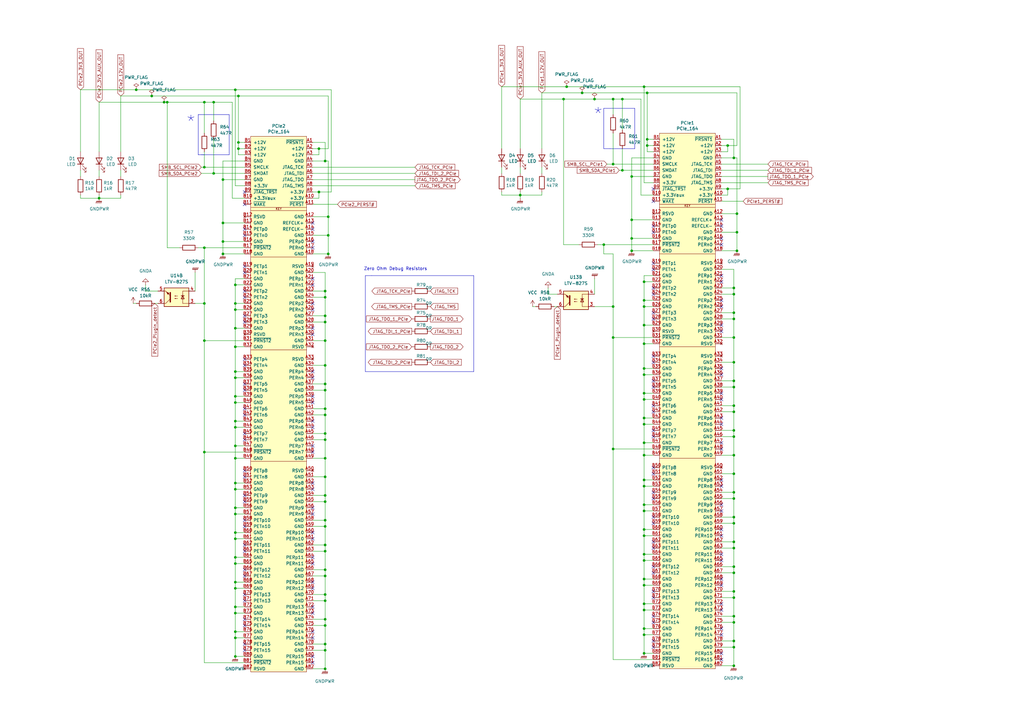
<source format=kicad_sch>
(kicad_sch (version 20230121) (generator eeschema)
  (paper "A3")
  (title_block (title "PCIe slots"))
  (junction (at 264.16 151.13))
  (junction (at 300.99 148.59))
  (junction (at 264.16 181.61))
  (junction (at 83.82 185.42))
  (junction (at 133.35 256.54))
  (junction (at 300.99 128.27))
  (junction (at 133.35 246.38))
  (junction (at 96.52 165.1))
  (junction (at 133.35 121.92))
  (junction (at 264.16 267.97))
  (junction (at 265.43 59.69))
  (junction (at 300.99 186.69))
  (junction (at 130.81 78.74))
  (junction (at 91.44 104.14))
  (junction (at 96.52 162.56))
  (junction (at 298.45 77.47))
  (junction (at 302.26 95.25))
  (junction (at 264.16 260.35))
  (junction (at 96.52 261.62))
  (junction (at 264.16 227.33))
  (junction (at 133.35 213.36))
  (junction (at 62.23 39.37))
  (junction (at 83.82 139.7))
  (junction (at 259.08 97.79))
  (junction (at 300.99 214.63))
  (junction (at 134.62 104.14))
  (junction (at 251.46 125.73))
  (junction (at 55.88 36.83))
  (junction (at 264.16 257.81))
  (junction (at 96.52 228.6))
  (junction (at 133.35 254))
  (junction (at 300.99 130.81))
  (junction (at 134.62 88.9))
  (junction (at 264.16 240.03))
  (junction (at 232.41 35.56))
  (junction (at 300.99 168.91))
  (junction (at 264.16 196.85))
  (junction (at 96.52 208.28))
  (junction (at 300.99 166.37))
  (junction (at 96.52 142.24))
  (junction (at 238.76 38.1))
  (junction (at 96.52 218.44))
  (junction (at 300.99 156.21))
  (junction (at 302.26 87.63))
  (junction (at 243.84 40.64))
  (junction (at 133.35 195.58))
  (junction (at 300.99 179.07))
  (junction (at 133.35 129.54))
  (junction (at 255.27 40.64))
  (junction (at 264.16 186.69))
  (junction (at 300.99 118.11))
  (junction (at 83.82 68.58))
  (junction (at 264.16 115.57))
  (junction (at 91.44 73.66))
  (junction (at 259.08 72.39))
  (junction (at 97.79 60.96))
  (junction (at 96.52 172.72))
  (junction (at 133.35 203.2))
  (junction (at 96.52 269.24))
  (junction (at 96.52 36.83))
  (junction (at 134.62 96.52))
  (junction (at 133.35 264.16))
  (junction (at 300.99 234.95))
  (junction (at 133.35 274.32))
  (junction (at 96.52 210.82))
  (junction (at 264.16 123.19))
  (junction (at 264.16 237.49))
  (junction (at 264.16 140.97))
  (junction (at 133.35 266.7))
  (junction (at 96.52 251.46))
  (junction (at 298.45 59.69))
  (junction (at 133.35 149.86))
  (junction (at 133.35 167.64))
  (junction (at 300.99 176.53))
  (junction (at 264.16 217.17))
  (junction (at 83.82 101.6))
  (junction (at 300.99 64.77))
  (junction (at 300.99 273.05))
  (junction (at 264.16 171.45))
  (junction (at 259.08 102.87))
  (junction (at 133.35 215.9))
  (junction (at 133.35 160.02))
  (junction (at 300.99 194.31))
  (junction (at 264.16 173.99))
  (junction (at 96.52 248.92))
  (junction (at 264.16 133.35))
  (junction (at 300.99 255.27))
  (junction (at 96.52 182.88))
  (junction (at 133.35 177.8))
  (junction (at 83.82 41.91))
  (junction (at 264.16 153.67))
  (junction (at 96.52 200.66))
  (junction (at 300.99 120.65))
  (junction (at 133.35 205.74))
  (junction (at 133.35 180.34))
  (junction (at 96.52 198.12))
  (junction (at 300.99 252.73))
  (junction (at 83.82 124.46))
  (junction (at 96.52 152.4))
  (junction (at 300.99 201.93))
  (junction (at 264.16 207.01))
  (junction (at 251.46 40.64))
  (junction (at 264.16 35.56))
  (junction (at 265.43 57.15))
  (junction (at 300.99 232.41))
  (junction (at 302.26 102.87))
  (junction (at 251.46 184.15))
  (junction (at 133.35 226.06))
  (junction (at 96.52 127))
  (junction (at 96.52 231.14))
  (junction (at 68.58 41.91))
  (junction (at 300.99 138.43))
  (junction (at 264.16 219.71))
  (junction (at 96.52 124.46))
  (junction (at 133.35 132.08))
  (junction (at 67.31 41.91))
  (junction (at 300.99 222.25))
  (junction (at 300.99 158.75))
  (junction (at 259.08 90.17))
  (junction (at 264.16 247.65))
  (junction (at 133.35 243.84))
  (junction (at 133.35 66.04))
  (junction (at 264.16 229.87))
  (junction (at 87.63 71.12))
  (junction (at 300.99 265.43))
  (junction (at 130.81 60.96))
  (junction (at 264.16 163.83))
  (junction (at 264.16 250.19))
  (junction (at 265.43 38.1))
  (junction (at 133.35 223.52))
  (junction (at 264.16 209.55))
  (junction (at 264.16 161.29))
  (junction (at 251.46 67.31))
  (junction (at 91.44 91.44))
  (junction (at 97.79 58.42))
  (junction (at 96.52 238.76))
  (junction (at 300.99 212.09))
  (junction (at 264.16 125.73))
  (junction (at 255.27 69.85))
  (junction (at 96.52 116.84))
  (junction (at 133.35 139.7))
  (junction (at 40.64 81.28))
  (junction (at 96.52 175.26))
  (junction (at 133.35 157.48))
  (junction (at 87.63 41.91))
  (junction (at 133.35 170.18))
  (junction (at 133.35 236.22))
  (junction (at 133.35 233.68))
  (junction (at 231.14 40.64))
  (junction (at 300.99 262.89))
  (junction (at 300.99 245.11))
  (junction (at 96.52 259.08))
  (junction (at 133.35 187.96))
  (junction (at 96.52 220.98))
  (junction (at 300.99 242.57))
  (junction (at 213.36 80.01))
  (junction (at 300.99 204.47))
  (junction (at 251.46 138.43))
  (junction (at 264.16 199.39))
  (junction (at 247.65 100.33))
  (junction (at 97.79 39.37))
  (junction (at 96.52 187.96))
  (junction (at 96.52 134.62))
  (junction (at 91.44 99.06))
  (junction (at 96.52 154.94))
  (junction (at 300.99 224.79))
  (junction (at 96.52 241.3))
  (junction (at 133.35 119.38))
  (no_connect (at 128.27 208.28))
  (no_connect (at 128.27 259.08))
  (no_connect (at 295.91 92.71))
  (no_connect (at 128.27 251.46))
  (no_connect (at 128.27 116.84))
  (no_connect (at 128.27 162.56))
  (no_connect (at 128.27 182.88))
  (no_connect (at 267.97 252.73))
  (no_connect (at 128.27 220.98))
  (no_connect (at 100.33 160.02))
  (no_connect (at 100.33 147.32))
  (no_connect (at 267.97 232.41))
  (no_connect (at 295.91 207.01))
  (no_connect (at 295.91 125.73))
  (no_connect (at 267.97 118.11))
  (no_connect (at 267.97 107.95))
  (no_connect (at 100.33 157.48))
  (no_connect (at 295.91 151.13))
  (no_connect (at 128.27 152.4))
  (no_connect (at 128.27 127))
  (no_connect (at 267.97 92.71))
  (no_connect (at 295.91 267.97))
  (no_connect (at 267.97 176.53))
  (no_connect (at 267.97 82.55))
  (no_connect (at 267.97 148.59))
  (no_connect (at 128.27 99.06))
  (no_connect (at 295.91 199.39))
  (no_connect (at 100.33 233.68))
  (no_connect (at 100.33 203.2))
  (no_connect (at 128.27 269.24))
  (no_connect (at 295.91 181.61))
  (no_connect (at 128.27 134.62))
  (no_connect (at 100.33 205.74))
  (no_connect (at 267.97 201.93))
  (no_connect (at 295.91 115.57))
  (no_connect (at 100.33 109.22))
  (no_connect (at 100.33 177.8))
  (no_connect (at 295.91 161.29))
  (no_connect (at 295.91 135.89))
  (no_connect (at 100.33 236.22))
  (no_connect (at 128.27 271.78))
  (no_connect (at 100.33 132.08))
  (no_connect (at 295.91 237.49))
  (no_connect (at 295.91 100.33))
  (no_connect (at 128.27 241.3))
  (no_connect (at 128.27 210.82))
  (no_connect (at 100.33 121.92))
  (no_connect (at 267.97 234.95))
  (no_connect (at 267.97 212.09))
  (no_connect (at 295.91 123.19))
  (no_connect (at 100.33 93.98))
  (no_connect (at 128.27 185.42))
  (no_connect (at 128.27 228.6))
  (no_connect (at 267.97 128.27))
  (no_connect (at 100.33 243.84))
  (no_connect (at 128.27 172.72))
  (no_connect (at 128.27 231.14))
  (no_connect (at 267.97 204.47))
  (no_connect (at 267.97 168.91))
  (no_connect (at 100.33 111.76))
  (no_connect (at 100.33 215.9))
  (no_connect (at 295.91 113.03))
  (no_connect (at 100.33 129.54))
  (no_connect (at 100.33 149.86))
  (no_connect (at 267.97 191.77))
  (no_connect (at 267.97 255.27))
  (no_connect (at 267.97 222.25))
  (no_connect (at 267.97 224.79))
  (no_connect (at 128.27 165.1))
  (no_connect (at 295.91 240.03))
  (no_connect (at 267.97 214.63))
  (no_connect (at 295.91 184.15))
  (no_connect (at 295.91 260.35))
  (no_connect (at 295.91 219.71))
  (no_connect (at 128.27 238.76))
  (no_connect (at 128.27 137.16))
  (no_connect (at 100.33 180.34))
  (no_connect (at 128.27 261.62))
  (no_connect (at 128.27 200.66))
  (no_connect (at 100.33 193.04))
  (no_connect (at 295.91 227.33))
  (no_connect (at 295.91 229.87))
  (no_connect (at 100.33 170.18))
  (no_connect (at 295.91 209.55))
  (no_connect (at 295.91 153.67))
  (no_connect (at 100.33 78.74))
  (no_connect (at 267.97 242.57))
  (no_connect (at 100.33 213.36))
  (no_connect (at 267.97 262.89))
  (no_connect (at 128.27 101.6))
  (no_connect (at 128.27 154.94))
  (no_connect (at 128.27 124.46))
  (no_connect (at 100.33 167.64))
  (no_connect (at 267.97 158.75))
  (no_connect (at 128.27 218.44))
  (no_connect (at 267.97 120.65))
  (no_connect (at 100.33 83.82))
  (no_connect (at 295.91 250.19))
  (no_connect (at 100.33 226.06))
  (no_connect (at 267.97 179.07))
  (no_connect (at 128.27 198.12))
  (no_connect (at 100.33 246.38))
  (no_connect (at 267.97 95.25))
  (no_connect (at 267.97 130.81))
  (no_connect (at 295.91 97.79))
  (no_connect (at 100.33 254))
  (no_connect (at 267.97 166.37))
  (no_connect (at 100.33 96.52))
  (no_connect (at 128.27 91.44))
  (no_connect (at 295.91 173.99))
  (no_connect (at 295.91 247.65))
  (no_connect (at 128.27 175.26))
  (no_connect (at 267.97 194.31))
  (no_connect (at 267.97 110.49))
  (no_connect (at 128.27 248.92))
  (no_connect (at 295.91 133.35))
  (no_connect (at 295.91 270.51))
  (no_connect (at 267.97 77.47))
  (no_connect (at 267.97 245.11))
  (no_connect (at 295.91 217.17))
  (no_connect (at 100.33 223.52))
  (no_connect (at 100.33 119.38))
  (no_connect (at 295.91 257.81))
  (no_connect (at 295.91 171.45))
  (no_connect (at 295.91 196.85))
  (no_connect (at 128.27 114.3))
  (no_connect (at 100.33 266.7))
  (no_connect (at 100.33 195.58))
  (no_connect (at 267.97 156.21))
  (no_connect (at 267.97 146.05))
  (no_connect (at 128.27 93.98))
  (no_connect (at 100.33 256.54))
  (no_connect (at 267.97 265.43))
  (no_connect (at 295.91 90.17))
  (no_connect (at 295.91 163.83))
  (no_connect (at 100.33 264.16))
  (wire (pts (xy 264.16 140.97) (xy 267.97 140.97)))
  (wire (pts (xy 231.14 100.33) (xy 231.14 40.64)))
  (wire (pts (xy 133.35 167.64) (xy 133.35 160.02)))
  (wire (pts (xy 259.08 97.79) (xy 259.08 102.87)))
  (wire (pts (xy 33.02 81.28) (xy 40.64 81.28)))
  (wire (pts (xy 128.27 226.06) (xy 133.35 226.06)))
  (wire (pts (xy 130.81 78.74) (xy 130.81 81.28)))
  (wire (pts (xy 267.97 257.81) (xy 264.16 257.81)))
  (wire (pts (xy 298.45 77.47) (xy 298.45 80.01)))
  (wire (pts (xy 295.91 168.91) (xy 300.99 168.91)))
  (wire (pts (xy 133.35 187.96) (xy 133.35 180.34)))
  (wire (pts (xy 128.27 236.22) (xy 133.35 236.22)))
  (wire (pts (xy 298.45 59.69) (xy 298.45 62.23)))
  (wire (pts (xy 267.97 240.03) (xy 264.16 240.03)))
  (wire (pts (xy 251.46 138.43) (xy 267.97 138.43)))
  (wire (pts (xy 295.91 64.77) (xy 300.99 64.77)))
  (wire (pts (xy 133.35 157.48) (xy 133.35 149.86)))
  (wire (pts (xy 128.27 71.12) (xy 170.18 71.12)))
  (wire (pts (xy 259.08 64.77) (xy 259.08 72.39)))
  (polyline (pts (xy 149.86 152.4) (xy 149.86 113.03)))
  (wire (pts (xy 247.65 104.14) (xy 247.65 100.33)))
  (wire (pts (xy 300.99 204.47) (xy 300.99 201.93)))
  (wire (pts (xy 264.16 181.61) (xy 267.97 181.61)))
  (wire (pts (xy 96.52 165.1) (xy 100.33 165.1)))
  (wire (pts (xy 133.35 132.08) (xy 133.35 129.54)))
  (wire (pts (xy 264.16 229.87) (xy 264.16 227.33)))
  (wire (pts (xy 295.91 214.63) (xy 300.99 214.63)))
  (wire (pts (xy 54.61 124.46) (xy 55.88 124.46)))
  (wire (pts (xy 302.26 59.69) (xy 302.26 38.1)))
  (wire (pts (xy 96.52 124.46) (xy 96.52 127)))
  (wire (pts (xy 251.46 125.73) (xy 251.46 104.14)))
  (wire (pts (xy 96.52 187.96) (xy 100.33 187.96)))
  (wire (pts (xy 96.52 182.88) (xy 96.52 187.96)))
  (wire (pts (xy 68.58 41.91) (xy 67.31 41.91)))
  (wire (pts (xy 96.52 238.76) (xy 96.52 231.14)))
  (wire (pts (xy 133.35 139.7) (xy 133.35 132.08)))
  (wire (pts (xy 128.27 233.68) (xy 133.35 233.68)))
  (wire (pts (xy 100.33 76.2) (xy 96.52 76.2)))
  (wire (pts (xy 264.16 217.17) (xy 264.16 219.71)))
  (wire (pts (xy 62.23 39.37) (xy 97.79 39.37)))
  (wire (pts (xy 100.33 238.76) (xy 96.52 238.76)))
  (wire (pts (xy 128.27 264.16) (xy 133.35 264.16)))
  (wire (pts (xy 96.52 134.62) (xy 96.52 142.24)))
  (wire (pts (xy 265.43 57.15) (xy 267.97 57.15)))
  (wire (pts (xy 133.35 121.92) (xy 133.35 119.38)))
  (polyline (pts (xy 82.55 63.5) (xy 93.98 63.5)))
  (wire (pts (xy 295.91 166.37) (xy 300.99 166.37)))
  (wire (pts (xy 300.99 224.79) (xy 300.99 222.25)))
  (wire (pts (xy 264.16 125.73) (xy 264.16 133.35)))
  (wire (pts (xy 128.27 223.52) (xy 133.35 223.52)))
  (wire (pts (xy 295.91 77.47) (xy 298.45 77.47)))
  (polyline (pts (xy 152.4 113.03) (xy 194.31 113.03)))
  (wire (pts (xy 302.26 95.25) (xy 302.26 102.87)))
  (wire (pts (xy 128.27 78.74) (xy 130.81 78.74)))
  (wire (pts (xy 300.99 176.53) (xy 300.99 168.91)))
  (wire (pts (xy 265.43 62.23) (xy 265.43 59.69)))
  (wire (pts (xy 100.33 231.14) (xy 96.52 231.14)))
  (wire (pts (xy 295.91 72.39) (xy 314.96 72.39)))
  (wire (pts (xy 128.27 246.38) (xy 133.35 246.38)))
  (wire (pts (xy 128.27 66.04) (xy 133.35 66.04)))
  (wire (pts (xy 96.52 154.94) (xy 100.33 154.94)))
  (wire (pts (xy 96.52 142.24) (xy 96.52 152.4)))
  (wire (pts (xy 259.08 72.39) (xy 259.08 90.17)))
  (polyline (pts (xy 93.98 63.5) (xy 93.98 46.99)))
  (wire (pts (xy 96.52 116.84) (xy 100.33 116.84)))
  (wire (pts (xy 295.91 265.43) (xy 300.99 265.43)))
  (wire (pts (xy 133.35 233.68) (xy 133.35 226.06)))
  (wire (pts (xy 247.65 100.33) (xy 245.11 100.33)))
  (wire (pts (xy 300.99 242.57) (xy 300.99 234.95)))
  (wire (pts (xy 295.91 204.47) (xy 300.99 204.47)))
  (wire (pts (xy 96.52 251.46) (xy 96.52 259.08)))
  (wire (pts (xy 232.41 35.56) (xy 264.16 35.56)))
  (wire (pts (xy 63.5 124.46) (xy 64.77 124.46)))
  (wire (pts (xy 267.97 267.97) (xy 264.16 267.97)))
  (wire (pts (xy 300.99 128.27) (xy 300.99 120.65)))
  (wire (pts (xy 267.97 260.35) (xy 264.16 260.35)))
  (wire (pts (xy 97.79 39.37) (xy 134.62 39.37)))
  (wire (pts (xy 295.91 87.63) (xy 302.26 87.63)))
  (wire (pts (xy 237.49 100.33) (xy 231.14 100.33)))
  (wire (pts (xy 267.97 74.93) (xy 264.16 74.93)))
  (wire (pts (xy 83.82 101.6) (xy 100.33 101.6)))
  (wire (pts (xy 96.52 165.1) (xy 96.52 172.72)))
  (wire (pts (xy 64.77 119.38) (xy 59.69 119.38)))
  (wire (pts (xy 300.99 262.89) (xy 300.99 255.27)))
  (wire (pts (xy 96.52 127) (xy 100.33 127)))
  (wire (pts (xy 87.63 57.15) (xy 87.63 71.12)))
  (wire (pts (xy 264.16 171.45) (xy 264.16 173.99)))
  (wire (pts (xy 222.25 38.1) (xy 222.25 60.96)))
  (wire (pts (xy 96.52 116.84) (xy 96.52 124.46)))
  (wire (pts (xy 264.16 173.99) (xy 267.97 173.99)))
  (wire (pts (xy 302.26 64.77) (xy 302.26 87.63)))
  (wire (pts (xy 264.16 219.71) (xy 264.16 227.33)))
  (wire (pts (xy 303.53 77.47) (xy 303.53 35.56)))
  (wire (pts (xy 262.89 40.64) (xy 262.89 80.01)))
  (wire (pts (xy 213.36 80.01) (xy 213.36 81.28)))
  (wire (pts (xy 73.66 101.6) (xy 68.58 101.6)))
  (wire (pts (xy 300.99 168.91) (xy 300.99 166.37)))
  (wire (pts (xy 295.91 138.43) (xy 300.99 138.43)))
  (wire (pts (xy 40.64 81.28) (xy 49.53 81.28)))
  (wire (pts (xy 96.52 134.62) (xy 100.33 134.62)))
  (wire (pts (xy 96.52 152.4) (xy 96.52 154.94)))
  (wire (pts (xy 100.33 104.14) (xy 91.44 104.14)))
  (wire (pts (xy 300.99 64.77) (xy 302.26 64.77)))
  (wire (pts (xy 295.91 156.21) (xy 300.99 156.21)))
  (wire (pts (xy 264.16 171.45) (xy 267.97 171.45)))
  (wire (pts (xy 83.82 41.91) (xy 87.63 41.91)))
  (wire (pts (xy 298.45 77.47) (xy 303.53 77.47)))
  (wire (pts (xy 128.27 180.34) (xy 133.35 180.34)))
  (wire (pts (xy 96.52 248.92) (xy 96.52 241.3)))
  (wire (pts (xy 265.43 57.15) (xy 265.43 38.1)))
  (polyline (pts (xy 260.35 60.96) (xy 260.35 44.45)))
  (wire (pts (xy 96.52 259.08) (xy 96.52 261.62)))
  (wire (pts (xy 295.91 186.69) (xy 300.99 186.69)))
  (wire (pts (xy 96.52 228.6) (xy 100.33 228.6)))
  (wire (pts (xy 100.33 261.62) (xy 96.52 261.62)))
  (wire (pts (xy 128.27 73.66) (xy 170.18 73.66)))
  (wire (pts (xy 100.33 66.04) (xy 91.44 66.04)))
  (wire (pts (xy 96.52 220.98) (xy 96.52 228.6)))
  (wire (pts (xy 100.33 248.92) (xy 96.52 248.92)))
  (wire (pts (xy 255.27 60.96) (xy 255.27 69.85)))
  (wire (pts (xy 49.53 39.37) (xy 49.53 62.23)))
  (wire (pts (xy 264.16 199.39) (xy 267.97 199.39)))
  (wire (pts (xy 83.82 41.91) (xy 68.58 41.91)))
  (wire (pts (xy 83.82 41.91) (xy 83.82 54.61)))
  (wire (pts (xy 264.16 219.71) (xy 267.97 219.71)))
  (wire (pts (xy 83.82 68.58) (xy 100.33 68.58)))
  (wire (pts (xy 213.36 80.01) (xy 222.25 80.01)))
  (wire (pts (xy 128.27 149.86) (xy 133.35 149.86)))
  (wire (pts (xy 295.91 232.41) (xy 300.99 232.41)))
  (wire (pts (xy 96.52 210.82) (xy 100.33 210.82)))
  (wire (pts (xy 264.16 153.67) (xy 267.97 153.67)))
  (wire (pts (xy 87.63 71.12) (xy 100.33 71.12)))
  (wire (pts (xy 264.16 140.97) (xy 264.16 151.13)))
  (wire (pts (xy 49.53 69.85) (xy 49.53 72.39)))
  (wire (pts (xy 97.79 58.42) (xy 97.79 39.37)))
  (wire (pts (xy 295.91 59.69) (xy 298.45 59.69)))
  (wire (pts (xy 80.01 124.46) (xy 83.82 124.46)))
  (wire (pts (xy 251.46 40.64) (xy 251.46 46.99)))
  (wire (pts (xy 83.82 185.42) (xy 83.82 139.7)))
  (wire (pts (xy 83.82 185.42) (xy 100.33 185.42)))
  (wire (pts (xy 128.27 177.8) (xy 133.35 177.8)))
  (polyline (pts (xy 81.28 46.99) (xy 81.28 63.5)))
  (wire (pts (xy 267.97 72.39) (xy 259.08 72.39)))
  (wire (pts (xy 96.52 208.28) (xy 96.52 210.82)))
  (wire (pts (xy 259.08 90.17) (xy 259.08 97.79)))
  (wire (pts (xy 128.27 96.52) (xy 134.62 96.52)))
  (wire (pts (xy 96.52 218.44) (xy 100.33 218.44)))
  (wire (pts (xy 128.27 121.92) (xy 133.35 121.92)))
  (wire (pts (xy 295.91 212.09) (xy 300.99 212.09)))
  (wire (pts (xy 251.46 270.51) (xy 267.97 270.51)))
  (wire (pts (xy 295.91 224.79) (xy 300.99 224.79)))
  (wire (pts (xy 96.52 210.82) (xy 96.52 218.44)))
  (wire (pts (xy 295.91 148.59) (xy 300.99 148.59)))
  (wire (pts (xy 300.99 148.59) (xy 300.99 138.43)))
  (wire (pts (xy 300.99 273.05) (xy 300.99 265.43)))
  (polyline (pts (xy 250.19 60.96) (xy 260.35 60.96)))
  (wire (pts (xy 95.25 41.91) (xy 95.25 81.28)))
  (wire (pts (xy 128.27 195.58) (xy 133.35 195.58)))
  (wire (pts (xy 264.16 113.03) (xy 264.16 115.57)))
  (wire (pts (xy 96.52 182.88) (xy 100.33 182.88)))
  (wire (pts (xy 205.74 78.74) (xy 205.74 80.01)))
  (wire (pts (xy 40.64 80.01) (xy 40.64 81.28)))
  (wire (pts (xy 295.91 252.73) (xy 300.99 252.73)))
  (wire (pts (xy 33.02 80.01) (xy 33.02 81.28)))
  (wire (pts (xy 295.91 74.93) (xy 314.96 74.93)))
  (wire (pts (xy 133.35 254) (xy 133.35 246.38)))
  (wire (pts (xy 133.35 177.8) (xy 133.35 170.18)))
  (wire (pts (xy 128.27 160.02) (xy 133.35 160.02)))
  (wire (pts (xy 243.84 125.73) (xy 251.46 125.73)))
  (wire (pts (xy 59.69 116.84) (xy 59.69 119.38)))
  (wire (pts (xy 128.27 111.76) (xy 133.35 111.76)))
  (wire (pts (xy 251.46 138.43) (xy 251.46 125.73)))
  (wire (pts (xy 128.27 139.7) (xy 133.35 139.7)))
  (wire (pts (xy 49.53 81.28) (xy 49.53 80.01)))
  (wire (pts (xy 49.53 39.37) (xy 62.23 39.37)))
  (wire (pts (xy 96.52 162.56) (xy 96.52 165.1)))
  (wire (pts (xy 83.82 139.7) (xy 100.33 139.7)))
  (wire (pts (xy 264.16 209.55) (xy 264.16 217.17)))
  (wire (pts (xy 248.92 67.31) (xy 251.46 67.31)))
  (wire (pts (xy 295.91 69.85) (xy 314.96 69.85)))
  (wire (pts (xy 213.36 40.64) (xy 213.36 60.96)))
  (wire (pts (xy 243.84 114.3) (xy 243.84 120.65)))
  (wire (pts (xy 300.99 118.11) (xy 295.91 118.11)))
  (wire (pts (xy 100.33 99.06) (xy 91.44 99.06)))
  (wire (pts (xy 267.97 62.23) (xy 265.43 62.23)))
  (wire (pts (xy 295.91 102.87) (xy 302.26 102.87)))
  (wire (pts (xy 96.52 198.12) (xy 100.33 198.12)))
  (wire (pts (xy 295.91 110.49) (xy 300.99 110.49)))
  (wire (pts (xy 295.91 128.27) (xy 300.99 128.27)))
  (wire (pts (xy 205.74 35.56) (xy 205.74 60.96)))
  (wire (pts (xy 100.33 63.5) (xy 97.79 63.5)))
  (wire (pts (xy 251.46 270.51) (xy 251.46 184.15)))
  (wire (pts (xy 83.82 271.78) (xy 83.82 185.42)))
  (wire (pts (xy 300.99 158.75) (xy 300.99 156.21)))
  (wire (pts (xy 251.46 67.31) (xy 267.97 67.31)))
  (wire (pts (xy 262.89 40.64) (xy 255.27 40.64)))
  (wire (pts (xy 300.99 255.27) (xy 300.99 252.73)))
  (polyline (pts (xy 194.31 152.4) (xy 149.86 152.4)))
  (wire (pts (xy 130.81 60.96) (xy 130.81 63.5)))
  (wire (pts (xy 231.14 40.64) (xy 213.36 40.64)))
  (wire (pts (xy 300.99 252.73) (xy 300.99 245.11)))
  (wire (pts (xy 264.16 186.69) (xy 264.16 196.85)))
  (wire (pts (xy 295.91 67.31) (xy 314.96 67.31)))
  (wire (pts (xy 295.91 245.11) (xy 300.99 245.11)))
  (wire (pts (xy 128.27 266.7) (xy 133.35 266.7)))
  (wire (pts (xy 96.52 36.83) (xy 135.89 36.83)))
  (wire (pts (xy 133.35 274.32) (xy 133.35 266.7)))
  (polyline (pts (xy 149.86 113.03) (xy 152.4 113.03)))
  (wire (pts (xy 267.97 113.03) (xy 264.16 113.03)))
  (wire (pts (xy 134.62 88.9) (xy 134.62 96.52)))
  (wire (pts (xy 133.35 203.2) (xy 133.35 195.58)))
  (wire (pts (xy 264.16 153.67) (xy 264.16 161.29)))
  (polyline (pts (xy 247.65 44.45) (xy 247.65 60.96)))
  (wire (pts (xy 205.74 68.58) (xy 205.74 71.12)))
  (wire (pts (xy 300.99 265.43) (xy 300.99 262.89)))
  (wire (pts (xy 83.82 101.6) (xy 81.28 101.6)))
  (wire (pts (xy 87.63 41.91) (xy 87.63 49.53)))
  (wire (pts (xy 130.81 81.28) (xy 128.27 81.28)))
  (wire (pts (xy 134.62 66.04) (xy 134.62 88.9)))
  (wire (pts (xy 222.25 38.1) (xy 238.76 38.1)))
  (wire (pts (xy 267.97 90.17) (xy 259.08 90.17)))
  (wire (pts (xy 295.91 120.65) (xy 300.99 120.65)))
  (wire (pts (xy 295.91 57.15) (xy 300.99 57.15)))
  (wire (pts (xy 128.27 256.54) (xy 133.35 256.54)))
  (wire (pts (xy 300.99 186.69) (xy 300.99 179.07)))
  (wire (pts (xy 302.26 87.63) (xy 302.26 95.25)))
  (wire (pts (xy 228.6 120.65) (xy 224.79 120.65)))
  (wire (pts (xy 128.27 60.96) (xy 130.81 60.96)))
  (wire (pts (xy 264.16 240.03) (xy 264.16 237.49)))
  (wire (pts (xy 213.36 68.58) (xy 213.36 71.12)))
  (wire (pts (xy 33.02 36.83) (xy 33.02 62.23)))
  (polyline (pts (xy 194.31 113.03) (xy 194.31 152.4)))
  (wire (pts (xy 133.35 170.18) (xy 133.35 167.64)))
  (wire (pts (xy 96.52 127) (xy 96.52 134.62)))
  (wire (pts (xy 264.16 227.33) (xy 267.97 227.33)))
  (wire (pts (xy 264.16 133.35) (xy 264.16 140.97)))
  (wire (pts (xy 128.27 167.64) (xy 133.35 167.64)))
  (wire (pts (xy 251.46 104.14) (xy 247.65 104.14)))
  (wire (pts (xy 251.46 40.64) (xy 255.27 40.64)))
  (wire (pts (xy 264.16 133.35) (xy 267.97 133.35)))
  (wire (pts (xy 68.58 41.91) (xy 68.58 101.6)))
  (wire (pts (xy 133.35 243.84) (xy 133.35 236.22)))
  (wire (pts (xy 255.27 69.85) (xy 267.97 69.85)))
  (wire (pts (xy 133.35 266.7) (xy 133.35 264.16)))
  (wire (pts (xy 133.35 58.42) (xy 133.35 66.04)))
  (wire (pts (xy 133.35 215.9) (xy 133.35 213.36)))
  (wire (pts (xy 300.99 245.11) (xy 300.99 242.57)))
  (wire (pts (xy 91.44 99.06) (xy 91.44 104.14)))
  (wire (pts (xy 128.27 68.58) (xy 170.18 68.58)))
  (wire (pts (xy 91.44 66.04) (xy 91.44 73.66)))
  (wire (pts (xy 133.35 256.54) (xy 133.35 254)))
  (wire (pts (xy 133.35 205.74) (xy 133.35 213.36)))
  (wire (pts (xy 96.52 208.28) (xy 100.33 208.28)))
  (wire (pts (xy 128.27 76.2) (xy 170.18 76.2)))
  (wire (pts (xy 295.91 158.75) (xy 300.99 158.75)))
  (wire (pts (xy 96.52 172.72) (xy 100.33 172.72)))
  (wire (pts (xy 267.97 64.77) (xy 259.08 64.77)))
  (wire (pts (xy 265.43 59.69) (xy 265.43 57.15)))
  (wire (pts (xy 96.52 124.46) (xy 100.33 124.46)))
  (wire (pts (xy 83.82 124.46) (xy 83.82 139.7)))
  (wire (pts (xy 100.33 259.08) (xy 96.52 259.08)))
  (wire (pts (xy 128.27 88.9) (xy 134.62 88.9)))
  (wire (pts (xy 300.99 130.81) (xy 300.99 128.27)))
  (wire (pts (xy 135.89 78.74) (xy 135.89 36.83)))
  (wire (pts (xy 96.52 152.4) (xy 100.33 152.4)))
  (wire (pts (xy 100.33 241.3) (xy 96.52 241.3)))
  (wire (pts (xy 128.27 203.2) (xy 133.35 203.2)))
  (wire (pts (xy 133.35 119.38) (xy 128.27 119.38)))
  (wire (pts (xy 267.97 97.79) (xy 259.08 97.79)))
  (wire (pts (xy 254 69.85) (xy 255.27 69.85)))
  (wire (pts (xy 300.99 120.65) (xy 300.99 118.11)))
  (wire (pts (xy 295.91 179.07) (xy 300.99 179.07)))
  (wire (pts (xy 80.01 111.76) (xy 80.01 119.38)))
  (wire (pts (xy 267.97 80.01) (xy 262.89 80.01)))
  (wire (pts (xy 128.27 205.74) (xy 133.35 205.74)))
  (wire (pts (xy 82.55 68.58) (xy 83.82 68.58)))
  (wire (pts (xy 222.25 68.58) (xy 222.25 71.12)))
  (wire (pts (xy 130.81 60.96) (xy 134.62 60.96)))
  (wire (pts (xy 265.43 38.1) (xy 302.26 38.1)))
  (wire (pts (xy 97.79 63.5) (xy 97.79 60.96)))
  (wire (pts (xy 264.16 35.56) (xy 303.53 35.56)))
  (wire (pts (xy 40.64 41.91) (xy 40.64 62.23)))
  (wire (pts (xy 300.99 194.31) (xy 300.99 186.69)))
  (wire (pts (xy 40.64 69.85) (xy 40.64 72.39)))
  (wire (pts (xy 100.33 81.28) (xy 95.25 81.28)))
  (wire (pts (xy 264.16 209.55) (xy 267.97 209.55)))
  (wire (pts (xy 96.52 187.96) (xy 96.52 198.12)))
  (wire (pts (xy 251.46 184.15) (xy 251.46 138.43)))
  (wire (pts (xy 128.27 213.36) (xy 133.35 213.36)))
  (wire (pts (xy 264.16 123.19) (xy 264.16 125.73)))
  (wire (pts (xy 128.27 129.54) (xy 133.35 129.54)))
  (wire (pts (xy 300.99 222.25) (xy 300.99 214.63)))
  (wire (pts (xy 300.99 201.93) (xy 300.99 194.31)))
  (wire (pts (xy 264.16 161.29) (xy 267.97 161.29)))
  (wire (pts (xy 82.55 71.12) (xy 87.63 71.12)))
  (wire (pts (xy 264.16 247.65) (xy 264.16 240.03)))
  (wire (pts (xy 96.52 241.3) (xy 96.52 238.76)))
  (wire (pts (xy 96.52 114.3) (xy 96.52 116.84)))
  (wire (pts (xy 33.02 36.83) (xy 55.88 36.83)))
  (polyline (pts (xy 247.65 60.96) (xy 250.19 60.96)))
  (wire (pts (xy 264.16 161.29) (xy 264.16 163.83)))
  (wire (pts (xy 300.99 156.21) (xy 300.99 148.59)))
  (wire (pts (xy 300.99 214.63) (xy 300.99 212.09)))
  (wire (pts (xy 128.27 243.84) (xy 133.35 243.84)))
  (wire (pts (xy 33.02 69.85) (xy 33.02 72.39)))
  (wire (pts (xy 97.79 60.96) (xy 97.79 58.42)))
  (wire (pts (xy 133.35 223.52) (xy 133.35 215.9)))
  (wire (pts (xy 96.52 142.24) (xy 100.33 142.24)))
  (wire (pts (xy 96.52 175.26) (xy 96.52 182.88)))
  (wire (pts (xy 128.27 215.9) (xy 133.35 215.9)))
  (wire (pts (xy 264.16 163.83) (xy 264.16 171.45)))
  (wire (pts (xy 300.99 138.43) (xy 300.99 130.81)))
  (wire (pts (xy 133.35 149.86) (xy 133.35 139.7)))
  (wire (pts (xy 128.27 104.14) (xy 134.62 104.14)))
  (wire (pts (xy 96.52 218.44) (xy 96.52 220.98)))
  (wire (pts (xy 83.82 101.6) (xy 83.82 124.46)))
  (wire (pts (xy 295.91 262.89) (xy 300.99 262.89)))
  (wire (pts (xy 133.35 195.58) (xy 133.35 187.96)))
  (wire (pts (xy 96.52 198.12) (xy 96.52 200.66)))
  (wire (pts (xy 227.33 125.73) (xy 228.6 125.73)))
  (wire (pts (xy 264.16 199.39) (xy 264.16 207.01)))
  (wire (pts (xy 300.99 179.07) (xy 300.99 176.53)))
  (wire (pts (xy 128.27 132.08) (xy 133.35 132.08)))
  (wire (pts (xy 96.52 162.56) (xy 100.33 162.56)))
  (wire (pts (xy 128.27 157.48) (xy 133.35 157.48)))
  (wire (pts (xy 243.84 40.64) (xy 231.14 40.64)))
  (wire (pts (xy 96.52 231.14) (xy 96.52 228.6)))
  (polyline (pts (xy 81.28 63.5) (xy 83.82 63.5)))
  (wire (pts (xy 264.16 173.99) (xy 264.16 181.61)))
  (wire (pts (xy 96.52 220.98) (xy 100.33 220.98)))
  (wire (pts (xy 264.16 151.13) (xy 264.16 153.67)))
  (wire (pts (xy 251.46 40.64) (xy 243.84 40.64)))
  (wire (pts (xy 264.16 237.49) (xy 264.16 229.87)))
  (wire (pts (xy 295.91 130.81) (xy 300.99 130.81)))
  (wire (pts (xy 300.99 57.15) (xy 300.99 64.77)))
  (wire (pts (xy 128.27 187.96) (xy 133.35 187.96)))
  (wire (pts (xy 133.35 66.04) (xy 134.62 66.04)))
  (wire (pts (xy 264.16 181.61) (xy 264.16 186.69)))
  (wire (pts (xy 134.62 60.96) (xy 134.62 39.37)))
  (wire (pts (xy 83.82 271.78) (xy 100.33 271.78)))
  (wire (pts (xy 264.16 217.17) (xy 267.97 217.17)))
  (wire (pts (xy 300.99 166.37) (xy 300.99 158.75)))
  (wire (pts (xy 96.52 175.26) (xy 100.33 175.26)))
  (wire (pts (xy 133.35 205.74) (xy 133.35 203.2)))
  (wire (pts (xy 267.97 229.87) (xy 264.16 229.87)))
  (polyline (pts (xy 260.35 44.45) (xy 247.65 44.45)))
  (wire (pts (xy 96.52 261.62) (xy 96.52 269.24)))
  (wire (pts (xy 218.44 125.73) (xy 219.71 125.73)))
  (wire (pts (xy 264.16 260.35) (xy 264.16 267.97)))
  (wire (pts (xy 133.35 246.38) (xy 133.35 243.84)))
  (wire (pts (xy 264.16 207.01) (xy 267.97 207.01)))
  (wire (pts (xy 128.27 83.82) (xy 138.43 83.82)))
  (wire (pts (xy 298.45 80.01) (xy 295.91 80.01)))
  (wire (pts (xy 267.97 250.19) (xy 264.16 250.19)))
  (wire (pts (xy 267.97 237.49) (xy 264.16 237.49)))
  (wire (pts (xy 133.35 160.02) (xy 133.35 157.48)))
  (wire (pts (xy 264.16 250.19) (xy 264.16 247.65)))
  (wire (pts (xy 55.88 36.83) (xy 96.52 36.83)))
  (wire (pts (xy 264.16 151.13) (xy 267.97 151.13)))
  (wire (pts (xy 255.27 53.34) (xy 255.27 40.64)))
  (wire (pts (xy 96.52 200.66) (xy 96.52 208.28)))
  (wire (pts (xy 133.35 236.22) (xy 133.35 233.68)))
  (wire (pts (xy 96.52 200.66) (xy 100.33 200.66)))
  (wire (pts (xy 264.16 250.19) (xy 264.16 257.81)))
  (wire (pts (xy 100.33 91.44) (xy 91.44 91.44)))
  (wire (pts (xy 130.81 78.74) (xy 135.89 78.74)))
  (wire (pts (xy 264.16 115.57) (xy 267.97 115.57)))
  (wire (pts (xy 100.33 60.96) (xy 97.79 60.96)))
  (wire (pts (xy 295.91 201.93) (xy 300.99 201.93)))
  (wire (pts (xy 96.52 172.72) (xy 96.52 175.26)))
  (wire (pts (xy 133.35 226.06) (xy 133.35 223.52)))
  (wire (pts (xy 267.97 102.87) (xy 259.08 102.87)))
  (wire (pts (xy 264.16 196.85) (xy 267.97 196.85)))
  (wire (pts (xy 267.97 59.69) (xy 265.43 59.69)))
  (wire (pts (xy 238.76 38.1) (xy 265.43 38.1)))
  (wire (pts (xy 100.33 251.46) (xy 96.52 251.46)))
  (wire (pts (xy 300.99 232.41) (xy 300.99 224.79)))
  (wire (pts (xy 267.97 247.65) (xy 264.16 247.65)))
  (wire (pts (xy 134.62 96.52) (xy 134.62 104.14)))
  (wire (pts (xy 298.45 62.23) (xy 295.91 62.23)))
  (wire (pts (xy 83.82 62.23) (xy 83.82 68.58)))
  (wire (pts (xy 213.36 78.74) (xy 213.36 80.01)))
  (wire (pts (xy 205.74 80.01) (xy 213.36 80.01)))
  (wire (pts (xy 264.16 163.83) (xy 267.97 163.83)))
  (wire (pts (xy 298.45 59.69) (xy 302.26 59.69)))
  (wire (pts (xy 133.35 264.16) (xy 133.35 256.54)))
  (wire (pts (xy 97.79 58.42) (xy 100.33 58.42)))
  (wire (pts (xy 264.16 123.19) (xy 267.97 123.19)))
  (wire (pts (xy 96.52 154.94) (xy 96.52 162.56)))
  (wire (pts (xy 264.16 74.93) (xy 264.16 35.56)))
  (wire (pts (xy 91.44 91.44) (xy 91.44 99.06)))
  (wire (pts (xy 300.99 110.49) (xy 300.99 118.11)))
  (wire (pts (xy 96.52 76.2) (xy 96.52 36.83)))
  (wire (pts (xy 264.16 257.81) (xy 264.16 260.35)))
  (wire (pts (xy 264.16 115.57) (xy 264.16 123.19)))
  (wire (pts (xy 295.91 242.57) (xy 300.99 242.57)))
  (wire (pts (xy 205.74 35.56) (xy 232.41 35.56)))
  (wire (pts (xy 91.44 73.66) (xy 91.44 91.44)))
  (wire (pts (xy 100.33 269.24) (xy 96.52 269.24)))
  (wire (pts (xy 295.91 82.55) (xy 304.8 82.55)))
  (wire (pts (xy 295.91 255.27) (xy 300.99 255.27)))
  (wire (pts (xy 295.91 95.25) (xy 302.26 95.25)))
  (wire (pts (xy 264.16 196.85) (xy 264.16 199.39)))
  (wire (pts (xy 224.79 118.11) (xy 224.79 120.65)))
  (wire (pts (xy 264.16 186.69) (xy 267.97 186.69)))
  (wire (pts (xy 133.35 111.76) (xy 133.35 119.38)))
  (wire (pts (xy 295.91 222.25) (xy 300.99 222.25)))
  (wire (pts (xy 100.33 114.3) (xy 96.52 114.3)))
  (wire (pts (xy 264.16 207.01) (xy 264.16 209.55)))
  (wire (pts (xy 100.33 73.66) (xy 91.44 73.66)))
  (wire (pts (xy 67.31 41.91) (xy 40.64 41.91)))
  (polyline (pts (xy 93.98 46.99) (xy 81.28 46.99)))
  (wire (pts (xy 295.91 194.31) (xy 300.99 194.31)))
  (wire (pts (xy 264.16 125.73) (xy 267.97 125.73)))
  (wire (pts (xy 295.91 176.53) (xy 300.99 176.53)))
  (wire (pts (xy 300.99 204.47) (xy 300.99 212.09)))
  (wire (pts (xy 133.35 180.34) (xy 133.35 177.8)))
  (wire (pts (xy 300.99 234.95) (xy 300.99 232.41)))
  (wire (pts (xy 295.91 273.05) (xy 300.99 273.05)))
  (wire (pts (xy 128.27 254) (xy 133.35 254)))
  (wire (pts (xy 130.81 63.5) (xy 128.27 63.5)))
  (wire (pts (xy 222.25 80.01) (xy 222.25 78.74)))
  (wire (pts (xy 133.35 129.54) (xy 133.35 121.92)))
  (wire (pts (xy 251.46 54.61) (xy 251.46 67.31)))
  (wire (pts (xy 96.52 251.46) (xy 96.52 248.92)))
  (wire (pts (xy 128.27 170.18) (xy 133.35 170.18)))
  (wire (pts (xy 128.27 58.42) (xy 133.35 58.42)))
  (wire (pts (xy 128.27 274.32) (xy 133.35 274.32)))
  (wire (pts (xy 87.63 41.91) (xy 95.25 41.91)))
  (wire (pts (xy 251.46 184.15) (xy 267.97 184.15)))
  (wire (pts (xy 247.65 100.33) (xy 267.97 100.33)))
  (wire (pts (xy 295.91 234.95) (xy 300.99 234.95)))
  (text "*" (at 243.205 50.165 0) (effects (font (size 5.27 5.27)) (justify left bottom)))
  (text "*" (at 76.2 53.34 0) (effects (font (size 5.27 5.27)) (justify left bottom)))
  (text "* the only points where the potentials of µC and PCIe\n power touch each other" (at 16.51 376.555 0) (effects (font (size 1.27 1.27)) (justify left bottom)))
  (text "Zero Ohm Debug Resistors" (at 149.225 111.125 0) (effects (font (size 1.27 1.27)) (justify left bottom)))
  (global_label "PCIe1_3V3_AUX_OUT" (shape input) (at 213.36 40.64 90) (property "Intersheetrefs" "${INTERSHEET_REFS}" (effects hide)))
  (global_label "JTAG_TDO_1_PCIe" (shape input) (at 168.91 130.81 180) (property "Intersheetrefs" "${INTERSHEET_REFS}" (effects hide)))
  (global_label "PCIe2_3V3_AUX_OUT" (shape input) (at 40.64 41.91 90) (property "Intersheetrefs" "${INTERSHEET_REFS}" (effects hide)))
  (global_label "SMB_SCL_PCIe1" (shape input) (at 248.92 67.31 180) (property "Intersheetrefs" "${INTERSHEET_REFS}" (effects hide)))
  (global_label "PCIe2_12V_OUT" (shape input) (at 49.53 39.37 90) (property "Intersheetrefs" "${INTERSHEET_REFS}" (effects hide)))
  (global_label "PCIe2_PlugIn_detect" (shape input) (at 63.5 124.46 270) (property "Intersheetrefs" "${INTERSHEET_REFS}" (effects hide)))
  (global_label "JTAG_TMS_PCIe" (shape input) (at 170.18 76.2 0) (property "Intersheetrefs" "${INTERSHEET_REFS}" (effects hide)))
  (global_label "JTAG_TCK_PCIe" (shape output) (at 168.91 119.38 180) (property "Intersheetrefs" "${INTERSHEET_REFS}" (effects hide)))
  (global_label "SMB_SDA_PCIe1" (shape input) (at 254 69.85 180) (property "Intersheetrefs" "${INTERSHEET_REFS}" (effects hide)))
  (global_label "JTAG_TDI_1" (shape input) (at 176.53 135.89 0) (property "Intersheetrefs" "${INTERSHEET_REFS}" (effects hide)))
  (global_label "JTAG_TDI_2_PCIe" (shape input) (at 170.18 71.12 0) (property "Intersheetrefs" "${INTERSHEET_REFS}" (effects hide)))
  (global_label "JTAG_TDO_2_PCIe" (shape output) (at 170.18 73.66 0) (property "Intersheetrefs" "${INTERSHEET_REFS}" (effects hide)))
  (global_label "JTAG_TDI_1_PCIe" (shape input) (at 314.96 69.85 0) (property "Intersheetrefs" "${INTERSHEET_REFS}" (effects hide)))
  (global_label "JTAG_TCK" (shape input) (at 176.53 119.38 0) (property "Intersheetrefs" "${INTERSHEET_REFS}" (effects hide)))
  (global_label "PCIe1_3V3_OUT" (shape input) (at 205.74 35.56 90) (property "Intersheetrefs" "${INTERSHEET_REFS}" (effects hide)))
  (global_label "PCIe2_PERST#" (shape input) (at 138.43 83.82 0) (property "Intersheetrefs" "${INTERSHEET_REFS}" (effects hide)))
  (global_label "JTAG_TMS" (shape input) (at 176.53 125.73 0) (property "Intersheetrefs" "${INTERSHEET_REFS}" (effects hide)))
  (global_label "PCIe1_PlugIn_detect" (shape input) (at 228.6 125.73 270) (property "Intersheetrefs" "${INTERSHEET_REFS}" (effects hide)))
  (global_label "JTAG_TCK_PCIe" (shape input) (at 314.96 67.31 0) (property "Intersheetrefs" "${INTERSHEET_REFS}" (effects hide)))
  (global_label "SMB_SDA_PCIe2" (shape input) (at 82.55 71.12 180) (property "Intersheetrefs" "${INTERSHEET_REFS}" (effects hide)))
  (global_label "JTAG_TMS_PCIe" (shape input) (at 314.96 74.93 0) (property "Intersheetrefs" "${INTERSHEET_REFS}" (effects hide)))
  (global_label "JTAG_TMS_PCIe" (shape output) (at 168.91 125.73 180) (property "Intersheetrefs" "${INTERSHEET_REFS}" (effects hide)))
  (global_label "JTAG_TCK_PCIe" (shape input) (at 170.18 68.58 0) (property "Intersheetrefs" "${INTERSHEET_REFS}" (effects hide)))
  (global_label "PCIe1_12V_OUT" (shape input) (at 222.25 38.1 90) (property "Intersheetrefs" "${INTERSHEET_REFS}" (effects hide)))
  (global_label "JTAG_TDO_1" (shape output) (at 176.53 130.81 0) (property "Intersheetrefs" "${INTERSHEET_REFS}" (effects hide)))
  (global_label "JTAG_TDI_2" (shape input) (at 176.53 148.59 0) (property "Intersheetrefs" "${INTERSHEET_REFS}" (effects hide)))
  (global_label "JTAG_TDO_1_PCIe" (shape output) (at 314.96 72.39 0) (property "Intersheetrefs" "${INTERSHEET_REFS}" (effects hide)))
  (global_label "SMB_SCL_PCIe2" (shape input) (at 82.55 68.58 180) (property "Intersheetrefs" "${INTERSHEET_REFS}" (effects hide)))
  (global_label "PCIe2_3V3_OUT" (shape input) (at 33.02 36.83 90) (property "Intersheetrefs" "${INTERSHEET_REFS}" (effects hide)))
  (global_label "JTAG_TDI_1_PCIe" (shape output) (at 168.91 135.89 180) (property "Intersheetrefs" "${INTERSHEET_REFS}" (effects hide)))
  (global_label "JTAG_TDO_2" (shape output) (at 176.53 142.24 0) (property "Intersheetrefs" "${INTERSHEET_REFS}" (effects hide)))
  (global_label "JTAG_TDO_2_PCIe" (shape input) (at 168.91 142.24 180) (property "Intersheetrefs" "${INTERSHEET_REFS}" (effects hide)))
  (global_label "JTAG_TDI_2_PCIe" (shape output) (at 168.91 148.59 180) (property "Intersheetrefs" "${INTERSHEET_REFS}" (effects hide)))
  (global_label "PCIe1_PERST#" (shape input) (at 304.8 82.55 0) (property "Intersheetrefs" "${INTERSHEET_REFS}" (effects hide)))
  (symbol (lib_id "Device:R") (at 222.25 74.93 0) (unit 1)
    (property "Reference" "R20" (at 224.028 73.7616 0) (effects (justify left)))
    (property "Value" "4k7R" (at 224.028 76.073 0) (effects (justify left)))
    (property "Footprint" "Resistor_SMD:R_0402_1005Metric" (effects hide))
  )
  (symbol (lib_id "Device:R") (at 213.36 74.93 0) (unit 1)
    (property "Reference" "R19" (at 215.138 73.7616 0) (effects (justify left)))
    (property "Value" "1kR" (at 215.138 76.073 0) (effects (justify left)))
    (property "Footprint" "Resistor_SMD:R_0402_1005Metric" (effects hide))
  )
  (symbol (lib_id "Device:R") (at 205.74 74.93 0) (unit 1)
    (property "Reference" "R18" (at 207.518 73.7616 0) (effects (justify left)))
    (property "Value" "1kR" (at 207.518 76.073 0) (effects (justify left)))
    (property "Footprint" "Resistor_SMD:R_0402_1005Metric" (effects hide))
  )
  (symbol (lib_id "Device:LED") (at 222.25 64.77 90) (unit 1)
    (property "Reference" "D6" (at 225.2218 63.7794 90) (effects (justify right)))
    (property "Value" "LED" (at 225.2218 66.0908 90) (effects (justify right)))
    (property "Footprint" "LED_SMD:LED_0805_2012Metric" (effects hide))
  )
  (symbol (lib_id "Device:LED") (at 213.36 64.77 90) (unit 1)
    (property "Reference" "D5" (at 216.3318 63.7794 90) (effects (justify right)))
    (property "Value" "LED" (at 216.3318 66.0908 90) (effects (justify right)))
    (property "Footprint" "LED_SMD:LED_0805_2012Metric" (effects hide))
  )
  (symbol (lib_id "Device:LED") (at 205.74 64.77 90) (unit 1)
    (property "Reference" "D4" (at 208.7118 63.7794 90) (effects (justify right)))
    (property "Value" "LED" (at 208.7118 66.0908 90) (effects (justify right)))
    (property "Footprint" "LED_SMD:LED_0805_2012Metric" (effects hide))
  )
  (symbol (lib_id "PCIe-Power-Measurement-Board_dummy-rescue:PCIe_164-Sequencer") (at 295.91 57.15 0) (unit 1)
    (property "Reference" "PCIe1" (at 281.94 50.419 0))
    (property "Value" "PCIe_164" (at 281.94 52.7304 0))
    (property "Footprint" "Connector_PCIE:PCIE-164-02-F-D-TH" (effects hide))
  )
  (symbol (lib_id "Device:R") (at 49.53 76.2 0) (unit 1)
    (property "Reference" "R17" (at 51.308 75.0316 0) (effects (justify left)))
    (property "Value" "4k7R" (at 51.308 77.343 0) (effects (justify left)))
    (property "Footprint" "Resistor_SMD:R_0402_1005Metric" (effects hide))
  )
  (symbol (lib_id "Device:R") (at 40.64 76.2 0) (unit 1)
    (property "Reference" "R16" (at 42.418 75.0316 0) (effects (justify left)))
    (property "Value" "1kR" (at 42.418 77.343 0) (effects (justify left)))
    (property "Footprint" "Resistor_SMD:R_0402_1005Metric" (effects hide))
  )
  (symbol (lib_id "Device:R") (at 33.02 76.2 0) (unit 1)
    (property "Reference" "R15" (at 34.798 75.0316 0) (effects (justify left)))
    (property "Value" "1kR" (at 34.798 77.343 0) (effects (justify left)))
    (property "Footprint" "Resistor_SMD:R_0402_1005Metric" (effects hide))
  )
  (symbol (lib_id "Device:LED") (at 49.53 66.04 90) (unit 1)
    (property "Reference" "D3" (at 52.5018 65.0494 90) (effects (justify right)))
    (property "Value" "LED" (at 52.5018 67.3608 90) (effects (justify right)))
    (property "Footprint" "LED_SMD:LED_0805_2012Metric" (effects hide))
  )
  (symbol (lib_id "Device:LED") (at 40.64 66.04 90) (unit 1)
    (property "Reference" "D2" (at 43.6118 65.0494 90) (effects (justify right)))
    (property "Value" "LED" (at 43.6118 67.3608 90) (effects (justify right)))
    (property "Footprint" "LED_SMD:LED_0805_2012Metric" (effects hide))
  )
  (symbol (lib_id "Device:LED") (at 33.02 66.04 90) (unit 1)
    (property "Reference" "D1" (at 30.988 65.0494 90) (effects (justify left)))
    (property "Value" "LED" (at 30.988 67.3608 90) (effects (justify left)))
    (property "Footprint" "LED_SMD:LED_0805_2012Metric" (effects hide))
  )
  (symbol (lib_id "PCIe-Power-Measurement-Board_dummy-rescue:PCIe_164-Sequencer") (at 128.27 58.42 0) (unit 1)
    (property "Reference" "PCIe2" (at 114.3 51.689 0))
    (property "Value" "PCIe_164" (at 114.3 54.0004 0))
    (property "Footprint" "Connector_PCIE:PCIE-164-02-F-D-TH" (effects hide))
  )
  (symbol (lib_id "power:GNDPWR") (at 40.64 81.28 0) (unit 1)
    (property "Reference" "#PWR0145" (effects hide))
    (property "Value" "GNDPWR" (at 40.767 85.6742 0))
  )
  (symbol (lib_id "power:GNDPWR") (at 91.44 104.14 0) (unit 1)
    (property "Reference" "#PWR0146" (effects hide))
    (property "Value" "GNDPWR" (at 91.567 108.5342 0))
  )
  (symbol (lib_id "power:GNDPWR") (at 134.62 104.14 0) (unit 1)
    (property "Reference" "#PWR0147" (effects hide))
    (property "Value" "GNDPWR" (at 134.747 108.5342 0))
  )
  (symbol (lib_id "power:GNDPWR") (at 213.36 81.28 0) (unit 1)
    (property "Reference" "#PWR0150" (effects hide))
    (property "Value" "GNDPWR" (at 213.487 85.6742 0))
  )
  (symbol (lib_id "power:GNDPWR") (at 259.08 102.87 0) (unit 1)
    (property "Reference" "#PWR0151" (effects hide))
    (property "Value" "GNDPWR" (at 259.207 107.2642 0))
  )
  (symbol (lib_id "power:GNDPWR") (at 302.26 102.87 0) (unit 1)
    (property "Reference" "#PWR0152" (effects hide))
    (property "Value" "GNDPWR" (at 302.387 107.2642 0))
  )
  (symbol (lib_name "GNDPWR_1") (lib_id "power:GNDPWR") (at 96.52 269.24 0) (unit 1)
    (property "Reference" "#PWR0253" (effects hide))
    (property "Value" "GNDPWR" (at 96.393 274.32 0))
  )
  (symbol (lib_id "Device:R") (at 241.3 100.33 90) (unit 1)
    (property "Reference" "R59" (at 241.3 93.98 90))
    (property "Value" "330R" (at 241.3 96.52 90))
    (property "Footprint" "Resistor_SMD:R_0402_1005Metric" (effects hide))
  )
  (symbol (lib_id "power:PWR_FLAG") (at 55.88 36.83 0) (unit 1)
    (property "Reference" "#FLG0104" (effects hide))
    (property "Value" "PWR_FLAG" (at 55.88 31.75 0))
  )
  (symbol (lib_id "power:PWR_FLAG") (at 67.31 41.91 0) (unit 1)
    (property "Reference" "#FLG0106" (effects hide))
    (property "Value" "PWR_FLAG" (at 67.31 36.83 0))
  )
  (symbol (lib_id "Device:R") (at 87.63 53.34 0) (unit 1)
    (property "Reference" "R64" (at 90.17 52.0699 0) (effects (justify left)))
    (property "Value" "4k7R" (at 90.17 54.6099 0) (effects (justify left)))
    (property "Footprint" "Resistor_SMD:R_0402_1005Metric" (effects hide))
  )
  (symbol (lib_id "Device:R") (at 59.69 124.46 90) (unit 1)
    (property "Reference" "R56" (at 59.69 118.745 90))
    (property "Value" "10kR" (at 59.69 121.285 90))
    (property "Footprint" "Resistor_SMD:R_0402_1005Metric" (effects hide))
  )
  (symbol (lib_id "Isolator:LTV-827S") (at 236.22 123.19 180) (unit 2)
    (property "Reference" "U13" (at 236.22 113.665 0))
    (property "Value" "LTV-827S" (at 236.22 116.205 0))
    (property "Footprint" "Package_DIP:SMDIP-8_W9.53mm" (effects hide))
    (property "Datasheet" "http://www.us.liteon.com/downloads/LTV-817-827-847.PDF" (effects hide))
  )
  (symbol (lib_id "Isolator:LTV-827S") (at 72.39 121.92 180) (unit 2)
    (property "Reference" "U14" (at 72.39 113.03 0))
    (property "Value" "LTV-827S" (at 72.39 115.57 0))
    (property "Footprint" "Package_DIP:SMDIP-8_W9.53mm" (effects hide))
    (property "Datasheet" "http://www.us.liteon.com/downloads/LTV-817-827-847.PDF" (effects hide))
  )
  (symbol (lib_id "Device:R") (at 251.46 50.8 0) (unit 1)
    (property "Reference" "R60" (at 254 49.5299 0) (effects (justify left)))
    (property "Value" "4k7R" (at 254 52.0699 0) (effects (justify left)))
    (property "Footprint" "Resistor_SMD:R_0402_1005Metric" (effects hide))
  )
  (symbol (lib_id "Device:R") (at 172.72 142.24 90) (unit 1)
    (property "Reference" "R80" (at 172.72 139.7 90))
    (property "Value" "0R" (at 175.895 140.97 90))
    (property "Footprint" "Resistor_SMD:R_0402_1005Metric" (effects hide))
  )
  (symbol (lib_id "power:VCC") (at 54.61 124.46 0) (unit 1)
    (property "Reference" "#PWR0233" (effects hide))
    (property "Value" "VCC" (at 54.61 118.745 0))
  )
  (symbol (lib_id "power:GNDPWR") (at 243.84 114.3 180) (unit 1)
    (property "Reference" "#PWR0229" (effects hide))
    (property "Value" "GNDPWR" (at 243.967 109.855 0))
  )
  (symbol (lib_id "power:PWR_FLAG") (at 232.41 35.56 0) (unit 1)
    (property "Reference" "#FLG0107" (effects hide))
    (property "Value" "PWR_FLAG" (at 232.41 30.48 0))
  )
  (symbol (lib_id "power:GNDPWR") (at 80.01 111.76 180) (unit 1)
    (property "Reference" "#PWR0232" (effects hide))
    (property "Value" "GNDPWR" (at 80.137 107.315 0))
  )
  (symbol (lib_id "power:GNDA") (at 224.79 118.11 180) (unit 1)
    (property "Reference" "#PWR0231" (effects hide))
    (property "Value" "GNDA" (at 224.79 112.395 0))
  )
  (symbol (lib_id "Device:R") (at 172.72 135.89 90) (unit 1)
    (property "Reference" "R78" (at 172.72 133.35 90))
    (property "Value" "0R" (at 175.895 134.62 90))
    (property "Footprint" "Resistor_SMD:R_0402_1005Metric" (effects hide))
  )
  (symbol (lib_id "power:GNDA") (at 59.69 116.84 180) (unit 1)
    (property "Reference" "#PWR0234" (effects hide))
    (property "Value" "GNDA" (at 59.69 111.125 0))
  )
  (symbol (lib_name "GNDPWR_1") (lib_id "power:GNDPWR") (at 300.99 273.05 0) (unit 1)
    (property "Reference" "#PWR0251" (effects hide))
    (property "Value" "GNDPWR" (at 300.863 278.13 0))
  )
  (symbol (lib_id "Device:R") (at 172.72 125.73 90) (unit 1)
    (property "Reference" "R74" (at 172.72 123.19 90))
    (property "Value" "0R" (at 175.895 124.46 90))
    (property "Footprint" "Resistor_SMD:R_0402_1005Metric" (effects hide))
  )
  (symbol (lib_id "Device:R") (at 172.72 119.38 90) (unit 1)
    (property "Reference" "R79" (at 172.72 116.84 90))
    (property "Value" "0R" (at 175.895 118.11 90))
    (property "Footprint" "Resistor_SMD:R_0402_1005Metric" (effects hide))
  )
  (symbol (lib_id "power:PWR_FLAG") (at 243.84 40.64 0) (unit 1)
    (property "Reference" "#FLG0108" (effects hide))
    (property "Value" "PWR_FLAG" (at 243.84 35.56 0))
  )
  (symbol (lib_name "GNDPWR_1") (lib_id "power:GNDPWR") (at 133.35 274.32 0) (unit 1)
    (property "Reference" "#PWR0254" (effects hide))
    (property "Value" "GNDPWR" (at 133.223 279.4 0))
  )
  (symbol (lib_id "Device:R") (at 77.47 101.6 90) (unit 1)
    (property "Reference" "R57" (at 77.47 95.25 90))
    (property "Value" "330R" (at 77.47 97.79 90))
    (property "Footprint" "Resistor_SMD:R_0402_1005Metric" (effects hide))
  )
  (symbol (lib_id "power:PWR_FLAG") (at 62.23 39.37 0) (unit 1)
    (property "Reference" "#FLG0105" (effects hide))
    (property "Value" "PWR_FLAG" (at 62.23 34.29 0))
  )
  (symbol (lib_name "GNDPWR_1") (lib_id "power:GNDPWR") (at 264.16 267.97 0) (unit 1)
    (property "Reference" "#PWR0252" (effects hide))
    (property "Value" "GNDPWR" (at 264.033 273.05 0))
  )
  (symbol (lib_id "Device:R") (at 83.82 58.42 0) (unit 1)
    (property "Reference" "R63" (at 86.36 57.1499 0) (effects (justify left)))
    (property "Value" "4k7R" (at 86.36 59.6899 0) (effects (justify left)))
    (property "Footprint" "Resistor_SMD:R_0402_1005Metric" (effects hide))
  )
  (symbol (lib_id "Device:R") (at 172.72 148.59 90) (unit 1)
    (property "Reference" "R81" (at 172.72 146.05 90))
    (property "Value" "0R" (at 175.895 147.32 90))
    (property "Footprint" "Resistor_SMD:R_0402_1005Metric" (effects hide))
  )
  (symbol (lib_id "power:VCC") (at 218.44 125.73 0) (unit 1)
    (property "Reference" "#PWR0230" (effects hide))
    (property "Value" "VCC" (at 218.44 120.015 0))
  )
  (symbol (lib_id "power:PWR_FLAG") (at 238.76 38.1 0) (unit 1)
    (property "Reference" "#FLG0109" (effects hide))
    (property "Value" "PWR_FLAG" (at 238.76 33.02 0))
  )
  (symbol (lib_id "Device:R") (at 172.72 130.81 90) (unit 1)
    (property "Reference" "R75" (at 172.72 128.27 90))
    (property "Value" "0R" (at 175.895 129.54 90))
    (property "Footprint" "Resistor_SMD:R_0402_1005Metric" (effects hide))
  )
  (symbol (lib_id "Device:R") (at 223.52 125.73 90) (unit 1)
    (property "Reference" "R58" (at 223.52 120.015 90))
    (property "Value" "10kR" (at 223.52 122.555 90))
    (property "Footprint" "Resistor_SMD:R_0402_1005Metric" (effects hide))
  )
  (symbol (lib_id "Device:R") (at 255.27 57.15 0) (unit 1)
    (property "Reference" "R61" (at 257.81 55.8799 0) (effects (justify left)))
    (property "Value" "4k7R" (at 257.81 58.4199 0) (effects (justify left)))
    (property "Footprint" "Resistor_SMD:R_0402_1005Metric" (effects hide))
  )
)
</source>
